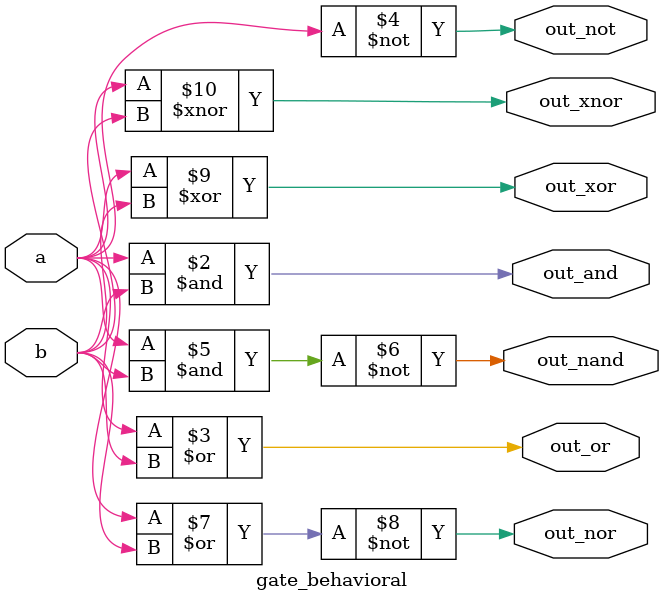
<source format=v>
/****************************************************
Developer    : Devang vekariya
Module       : All basics gate in Data flow modeling 
Institute    : NIT Kurukshetra
Date created : 01/10/2023
********************************************************/





// All basic gate  module definition using behaviral modeling
module gate_behavioral (a,b,
                       out_and,
                      out_or,
                      out_not,
                      out_nand,
                      out_nor,
                      out_xor,
                      out_xnor);
  // input & output port declarations
  input a,b ;
  output reg out_and , out_or,out_not,out_nor,out_nand,out_xor,out_xnor ;
  
  
  // behavioral modeling
  always @(*)
    begin
      
  out_and = a & b ;
  out_or = a | b ;
  out_not = ~a ;
  out_nand = ~(a & b) ;
  out_nor = ~(a | b) ;
  out_xor = a ^ b ;
  out_xnor = a ~^ b ;
  
    end 
endmodule 
  

</source>
